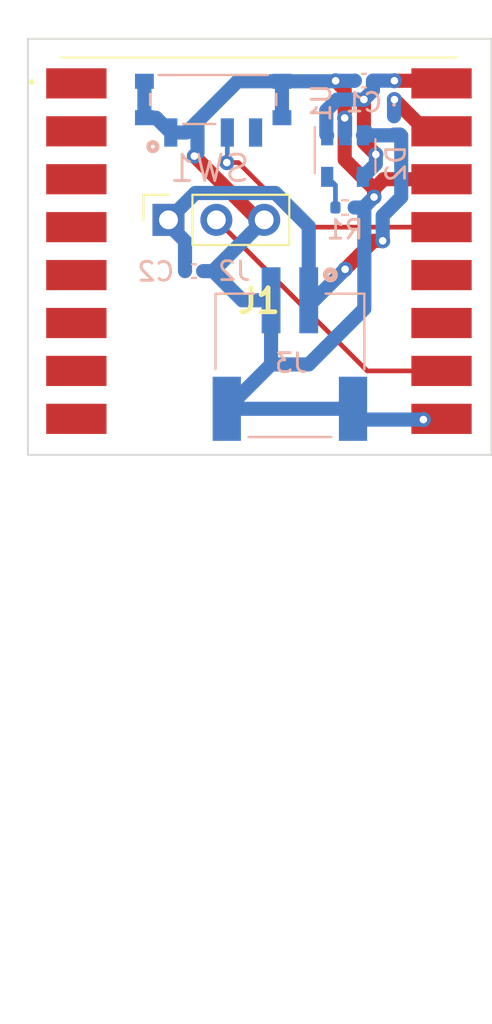
<source format=kicad_pcb>
(kicad_pcb (version 20210925) (generator pcbnew)
  (layers (0 "F.Cu" signal) (31 "B.Cu" signal) (34 "B.Paste" user) (35 "F.Paste" user) (36 "B.SilkS" user "B.Silkscreen") (37 "F.SilkS" user "F.Silkscreen") (38 "B.Mask" user) (39 "F.Mask" user) (44 "Edge.Cuts" user))
  (net 0 "")
  (net 1 "-BATT")
  (net 2 "+5V")
  (net 3 "+BATT")
  (net 12 "NEO_PIN")
  (net 15 "Net-(J1-Pad37)")
  (net 16 "Net-(R1-Pad1)")
  (net 18 "Net-(J1-Pad39)")
  (footprint "Connector_PinSocket_2.54mm:PinSocket_1x03_P2.54mm_Vertical" (layer "F.Cu") (at 134.628525 74.380317 90)
    (fp_text reference "J2" (at -2.710781 3.490202) (layer "B.SilkS") (effects (justify mirror)))
    (fp_text value "LED_STRIP")
    (fp_line (start -1.33 1.27) (end -1.33 6.41) (layer "F.SilkS") (width 0.12))
    (fp_line (start 1.33 -1.33) (end 1.33 0) (layer "F.SilkS") (width 0.12))
    (fp_line (start 1.33 1.27) (end 1.33 6.41) (layer "F.SilkS") (width 0.12))
    (fp_line (start -1.33 1.27) (end 1.33 1.27) (layer "F.SilkS") (width 0.12))
    (fp_line (start -1.33 6.41) (end 1.33 6.41) (layer "F.SilkS") (width 0.12))
    (fp_line (start 0 -1.33) (end 1.33 -1.33) (layer "F.SilkS") (width 0.12))
    (pad "1" thru_hole rect locked (at 0 0 90) (size 1.7 1.7) (drill 1) (layers *.Cu *.Mask) (net 3 "+BATT"))
    (pad "2" thru_hole oval locked (at 0 2.54 90) (size 1.7 1.7) (drill 1) (layers *.Cu *.Mask) (net 12 "NEO_PIN"))
    (pad "3" thru_hole oval locked (at 0 5.08 90) (size 1.7 1.7) (drill 1) (layers *.Cu *.Mask) (net 1 "-BATT"))
  )
  (footprint "KiCad:PICO" (layer "F.Cu") (at 128.928522 116.776662)
    (fp_text reference "J1" (at 10.5 -38.1) (layer "F.SilkS") (effects (font (size 1.27 1.27) (thickness 0.254))))
    (fp_text value "PICO" hide)
    (fp_line (start 0 -51) (end 0 -51) (layer "F.SilkS") (width 0.1))
    (fp_line (start 0 -51) (end 21 -51) (layer "F.SilkS") (width 0.1))
    (fp_line (start -1.6 -49.7) (end -1.6 -49.7) (layer "F.SilkS") (width 0.2))
    (fp_line (start -1.5 -49.7) (end -1.5 -49.7) (layer "F.SilkS") (width 0.2))
    (fp_line (start 21 -51) (end 21 -51) (layer "F.SilkS") (width 0.1))
    (fp_line (start 21 -51) (end 0 -51) (layer "F.SilkS") (width 0.1))
    (fp_line (start -1.6 -49.7) (end -1.6 -49.7) (layer "F.SilkS") (width 0.2))
    (fp_arc (start -1.55 -49.7) (end -1.5 -49.7) (angle -180) (layer "F.SilkS") (width 0.2))
    (fp_arc (start -1.55 -49.7) (end -1.6 -49.7) (angle -180) (layer "F.SilkS") (width 0.2))
    (fp_arc (start -1.55 -49.7) (end -1.6 -49.7) (angle -180) (layer "F.SilkS") (width 0.2))
    (pad "1" smd rect (at 0.81 -49.63 90) (size 1.6 3.2) (layers "F.Cu" "F.Paste" "F.Mask"))
    (pad "2" smd rect (at 0.81 -47.09 90) (size 1.6 3.2) (layers "F.Cu" "F.Paste" "F.Mask"))
    (pad "3" smd rect (at 0.81 -44.55 90) (size 1.6 3.2) (layers "F.Cu" "F.Paste" "F.Mask"))
    (pad "4" smd rect (at 0.81 -42.01 90) (size 1.6 3.2) (layers "F.Cu" "F.Paste" "F.Mask"))
    (pad "5" smd rect (at 0.81 -39.47 90) (size 1.6 3.2) (layers "F.Cu" "F.Paste" "F.Mask"))
    (pad "6" smd rect (at 0.81 -36.93 90) (size 1.6 3.2) (layers "F.Cu" "F.Paste" "F.Mask"))
    (pad "7" smd rect (at 0.81 -34.39 90) (size 1.6 3.2) (layers "F.Cu" "F.Paste" "F.Mask"))
    (pad "8" smd rect (at 0.81 -31.85 90) (size 1.6 3.2) (layers "F.Cu" "F.Paste" "F.Mask"))
    (pad "33" smd rect (at 20.19 -31.85 90) (size 1.6 3.2) (layers "F.Cu" "F.Paste" "F.Mask") (net 1 "-BATT"))
    (pad "34" smd rect (at 20.19 -34.39 90) (size 1.6 3.2) (layers "F.Cu" "F.Paste" "F.Mask") (net 12 "NEO_PIN"))
    (pad "35" smd rect (at 20.19 -36.93 90) (size 1.6 3.2) (layers "F.Cu" "F.Paste" "F.Mask"))
    (pad "36" smd rect (at 20.19 -39.47 90) (size 1.6 3.2) (layers "F.Cu" "F.Paste" "F.Mask"))
    (pad "37" smd rect (at 20.19 -42.01 90) (size 1.6 3.2) (layers "F.Cu" "F.Paste" "F.Mask") (net 15 "Net-(J1-Pad37)"))
    (pad "38" smd rect (at 20.19 -44.55 90) (size 1.6 3.2) (layers "F.Cu" "F.Paste" "F.Mask") (net 1 "-BATT"))
    (pad "39" smd rect (at 20.19 -47.09 90) (size 1.6 3.2) (layers "F.Cu" "F.Paste" "F.Mask") (net 18 "Net-(J1-Pad39)"))
    (pad "40" smd rect (at 20.19 -49.63 90) (size 1.6 3.2) (layers "F.Cu" "F.Paste" "F.Mask") (net 2 "+5V"))
  )
  (footprint "Capacitor_SMD:C_0402_1005Metric" (layer "B.Cu") (at 135.984355 77.096672 180)
    (fp_text reference "C2" (at 2.026263 -0.029143) (layer "B.SilkS") (effects (justify mirror)))
    (fp_text value "1uF")
    (fp_line (start -0.107836 0.36) (end 0.107836 0.36) (layer "B.SilkS") (width 0.12))
    (fp_line (start -0.107836 -0.36) (end 0.107836 -0.36) (layer "B.SilkS") (width 0.12))
    (pad "1" smd roundrect locked (at -0.48 0 180) (size 0.56 0.62) (layers "B.Cu" "B.Paste" "B.Mask") (net 1 "-BATT"))
    (pad "2" smd roundrect locked (at 0.48 0 180) (size 0.56 0.62) (layers "B.Cu" "B.Paste" "B.Mask") (net 3 "+BATT"))
  )
  (footprint "Capacitor_SMD:C_0402_1005Metric" (layer "B.Cu") (at 145 67)
    (fp_text reference "C1" (at 0 1.16) (layer "B.SilkS") (effects (justify mirror)))
    (fp_text value "1uF")
    (fp_line (start -0.107836 0.36) (end 0.107836 0.36) (layer "B.SilkS") (width 0.12))
    (fp_line (start -0.107836 -0.36) (end 0.107836 -0.36) (layer "B.SilkS") (width 0.12))
    (pad "1" smd roundrect locked (at -0.48 0) (size 0.56 0.62) (layers "B.Cu" "B.Paste" "B.Mask") (net 1 "-BATT"))
    (pad "2" smd roundrect locked (at 0.48 0) (size 0.56 0.62) (layers "B.Cu" "B.Paste" "B.Mask") (net 2 "+5V"))
  )
  (footprint "PCM12SMTR:SW_PCM12SMTR" (layer "B.Cu") (at 137 68)
    (fp_text reference "SW1" (at -0.183918 3.655955) (layer "B.SilkS") (effects (font (size 1.4 1.4)) (justify mirror)))
    (fp_text value "MASTER")
    (fp_line (start -3.35 -0.3) (end -3.35 0.3) (layer "B.SilkS") (width 0.127))
    (fp_line (start 3.35 0.3) (end 3.35 -0.3) (layer "B.SilkS") (width 0.127))
    (fp_line (start -2.9 -1.3) (end 2.9 -1.3) (layer "B.SilkS") (width 0.127))
    (fp_line (start -1.6 1.3) (end 0.1 1.3) (layer "B.SilkS") (width 0.127))
    (fp_circle (center -3.2 2.5) (end -3.1 2.5) (layer "B.SilkS") (width 0.25) (fill none))
    (pad "" np_thru_hole circle locked (at -1.5 0) (size 0.9 0.9) (drill 0.9) (layers *.Cu *.Mask))
    (pad "" np_thru_hole circle locked (at 1.5 0) (size 0.9 0.9) (drill 0.9) (layers *.Cu *.Mask))
    (pad "1" smd rect locked (at -2.25 1.75) (size 0.7 1.5) (layers "B.Cu" "B.Paste" "B.Mask") (net 1 "-BATT"))
    (pad "2" smd rect locked (at 0.75 1.75) (size 0.7 1.5) (layers "B.Cu" "B.Paste" "B.Mask") (net 15 "Net-(J1-Pad37)"))
    (pad "3" smd rect locked (at 2.25 1.75) (size 0.7 1.5) (layers "B.Cu" "B.Paste" "B.Mask"))
    (pad "S1" smd rect locked (at -3.65 0.965) (size 1 0.8) (layers "B.Cu" "B.Paste" "B.Mask") (net 1 "-BATT"))
    (pad "S2" smd rect locked (at -3.65 -0.965) (size 1 0.8) (layers "B.Cu" "B.Paste" "B.Mask") (net 1 "-BATT"))
    (pad "S3" smd rect locked (at 3.65 -0.965) (size 1 0.8) (layers "B.Cu" "B.Paste" "B.Mask") (net 1 "-BATT"))
    (pad "S4" smd rect locked (at 3.65 0.965) (size 1 0.8) (layers "B.Cu" "B.Paste" "B.Mask") (net 1 "-BATT"))
  )
  (footprint "Diode_SMD:D_0402_1005Metric" (layer "B.Cu") (at 146.597832 69.375115 -90)
    (fp_text reference "D2" (at 2.019524 -0.100375 90) (layer "B.SilkS") (effects (justify mirror)))
    (fp_text value "D_Schottky")
    (fp_circle (center -1.09 0) (end -1.04 0) (layer "B.SilkS") (width 0.1) (fill none))
    (pad "1" smd roundrect locked (at -0.485 0 270) (size 0.59 0.64) (layers "B.Cu" "B.Paste" "B.Mask") (net 18 "Net-(J1-Pad39)"))
    (pad "2" smd roundrect locked (at 0.485 0 270) (size 0.59 0.64) (layers "B.Cu" "B.Paste" "B.Mask") (net 3 "+BATT"))
  )
  (footprint "Resistor_SMD:R_0402_1005Metric" (layer "B.Cu") (at 143.997866 73.726204)
    (fp_text reference "R1" (at 0 1.17) (layer "B.SilkS") (effects (justify mirror)))
    (fp_text value "2kR")
    (fp_line (start -0.153641 -0.38) (end 0.153641 -0.38) (layer "B.SilkS") (width 0.12))
    (fp_line (start -0.153641 0.38) (end 0.153641 0.38) (layer "B.SilkS") (width 0.12))
    (pad "1" smd roundrect locked (at -0.51 0) (size 0.54 0.64) (layers "B.Cu" "B.Paste" "B.Mask") (net 16 "Net-(R1-Pad1)"))
    (pad "2" smd roundrect locked (at 0.51 0) (size 0.54 0.64) (layers "B.Cu" "B.Paste" "B.Mask") (net 1 "-BATT"))
  )
  (footprint "S2B-PH-SM4-TB_LF__SN_:JST_S2B-PH-SM4-TB(LF)(SN)" (layer "B.Cu") (at 141.071508 78.642959 180)
    (fp_text reference "J3" (at -0.064174 -3.321165) (layer "B.SilkS") (effects (font (size 1.002189 1.002189)) (justify mirror)))
    (fp_text value "BATTERY")
    (fp_line (start 3.95 -3.65) (end 3.95 0.35) (layer "B.SilkS") (width 0.127))
    (fp_line (start -1.9 0.35) (end -3.95 0.35) (layer "B.SilkS") (width 0.127))
    (fp_line (start -2.2 -7.25) (end 2.2 -7.25) (layer "B.SilkS") (width 0.127))
    (fp_line (start 3.95 0.35) (end 1.9 0.35) (layer "B.SilkS") (width 0.127))
    (fp_line (start -3.95 0.35) (end -3.95 -3.65) (layer "B.SilkS") (width 0.127))
    (fp_circle (center -2.15 1.35) (end -2.05 1.35) (layer "B.SilkS") (width 0.3) (fill none))
    (pad "1" smd rect locked (at -1 0 180) (size 1 3.5) (layers "B.Cu" "B.Paste" "B.Mask") (net 3 "+BATT"))
    (pad "2" smd rect locked (at 1 0 180) (size 1 3.5) (layers "B.Cu" "B.Paste" "B.Mask") (net 1 "-BATT"))
    (pad "S1" smd rect locked (at -3.35 -5.75 180) (size 1.5 3.4) (layers "B.Cu" "B.Paste" "B.Mask") (net 1 "-BATT"))
    (pad "S2" smd rect locked (at 3.35 -5.75 180) (size 1.5 3.4) (layers "B.Cu" "B.Paste" "B.Mask") (net 1 "-BATT"))
  )
  (footprint "Package_TO_SOT_SMD:SOT-23-5" (layer "B.Cu") (at 144 71 -90)
    (fp_text reference "U1" (at -2.820322 1.261475 90) (layer "B.SilkS") (effects (justify mirror)))
    (fp_text value "MCP73812T-420I-OT")
    (fp_line (start 0.9 1.61) (end -1.55 1.61) (layer "B.SilkS") (width 0.12))
    (fp_line (start -0.9 -1.61) (end 0.9 -1.61) (layer "B.SilkS") (width 0.12))
    (pad "1" smd rect locked (at -1.1 0.95 270) (size 1.06 0.65) (layers "B.Cu" "B.Paste" "B.Mask") (net 2 "+5V"))
    (pad "2" smd rect locked (at -1.1 0 270) (size 1.06 0.65) (layers "B.Cu" "B.Paste" "B.Mask") (net 1 "-BATT"))
    (pad "3" smd rect locked (at -1.1 -0.95 270) (size 1.06 0.65) (layers "B.Cu" "B.Paste" "B.Mask") (net 3 "+BATT"))
    (pad "4" smd rect locked (at 1.1 -0.95 270) (size 1.06 0.65) (layers "B.Cu" "B.Paste" "B.Mask") (net 2 "+5V"))
    (pad "5" smd rect locked (at 1.1 0.95 270) (size 1.06 0.65) (layers "B.Cu" "B.Paste" "B.Mask") (net 16 "Net-(R1-Pad1)"))
  )
  (gr_rect (start 151.767383 86.83214) (end 127.163041 64.779359) (layer "Edge.Cuts") (width 0.1) (fill none))
  (segment (start 143.979465 68.979465) (end 143.979465 67.492634) (width 0.75) (layer "F.Cu") (net 1))
  (segment (start 136 71) (end 139.380317 74.380317) (width 0.75) (layer "F.Cu") (net 1))
  (segment (start 145.536214 72.740494) (end 143.979465 71.183745) (width 0.75) (layer "F.Cu") (net 1))
  (segment (start 143.979465 71.183745) (end 143.979465 68.979465) (width 0.75) (layer "F.Cu") (net 1))
  (segment (start 139.380317 74.380317) (end 139.708525 74.380317) (width 0.75) (layer "F.Cu") (net 1))
  (segment (start 145.536214 72.740494) (end 146.050046 72.226662) (width 0.75) (layer "F.Cu") (net 1))
  (segment (start 145.536214 73.172112) (end 145.536214 72.740494) (width 0.75) (layer "F.Cu") (net 1))
  (segment (start 146.050046 72.226662) (end 149.118522 72.226662) (width 0.75) (layer "F.Cu") (net 1))
  (segment (start 143.979465 67.492634) (end 143.496899 67.010068) (width 0.75) (layer "F.Cu") (net 1))
  (via (at 143.496899 67.010068) (size 0.8) (drill 0.4) (layers "F.Cu" "B.Cu") (net 1))
  (via (at 145.536214 73.172112) (size 0.8) (drill 0.4) (layers "F.Cu" "B.Cu") (net 1))
  (via (at 148.155 84.965) (size 0.8) (drill 0.4) (layers "F.Cu" "B.Cu") (net 1))
  (via (at 136 71) (size 0.8) (drill 0.4) (layers "F.Cu" "B.Cu") (net 1))
  (via (at 143.979465 68.979465) (size 0.8) (drill 0.4) (layers "F.Cu" "B.Cu") (net 1))
  (segment (start 135.583257 69.75) (end 136.166629 69.166629) (width 0.75) (layer "B.Cu") (net 1))
  (segment (start 144.421508 84.421508) (end 144.965 84.965) (width 0.75) (layer "B.Cu") (net 1))
  (segment (start 144.965 84.965) (end 148.155 84.965) (width 0.75) (layer "B.Cu") (net 1))
  (segment (start 136.99217 77.096672) (end 139.708525 74.380317) (width 0.75) (layer "B.Cu") (net 1))
  (segment (start 144.507866 73.726204) (end 145.040505 73.726204) (width 0.75) (layer "B.Cu") (net 1))
  (segment (start 144.509932 67.010068) (end 144.52 67) (width 0.75) (layer "B.Cu") (net 1))
  (segment (start 133.35 68.965) (end 133.965 68.965) (width 0.75) (layer "B.Cu") (net 1))
  (segment (start 133.35 67.035) (end 133.35 68.965) (width 0.75) (layer "B.Cu") (net 1))
  (segment (start 143.496899 67.010068) (end 144.509932 67.010068) (width 0.75) (layer "B.Cu") (net 1))
  (segment (start 143.471967 67.035) (end 143.496899 67.010068) (width 0.75) (layer "B.Cu") (net 1))
  (segment (start 145.040505 73.726204) (end 145.021998 73.744711) (width 0.75) (layer "B.Cu") (net 1))
  (segment (start 136.464355 77.096672) (end 136.99217 77.096672) (width 0.75) (layer "B.Cu") (net 1))
  (segment (start 140.071508 78.642959) (end 138.538457 78.642959) (width 0.75) (layer "B.Cu") (net 1))
  (segment (start 144 69.9) (end 144 69) (width 0.75) (layer "B.Cu") (net 1))
  (segment (start 140.071508 82.042959) (end 137.721508 84.392959) (width 0.75) (layer "B.Cu") (net 1))
  (segment (start 140.071508 78.642959) (end 140.071508 82.042959) (width 0.75) (layer "B.Cu") (net 1))
  (segment (start 136.166629 70.833371) (end 136 71) (width 0.75) (layer "B.Cu") (net 1))
  (segment (start 140.65 68.965) (end 140.65 67.035) (width 0.75) (layer "B.Cu") (net 1))
  (segment (start 138.538457 78.642959) (end 136.99217 77.096672) (width 0.75) (layer "B.Cu") (net 1))
  (segment (start 145.021998 73.744711) (end 145.021998 79.091491) (width 0.75) (layer "B.Cu") (net 1))
  (segment (start 138.298257 67.035) (end 140.65 67.035) (width 0.75) (layer "B.Cu") (net 1))
  (segment (start 145.040505 73.667821) (end 145.040505 73.726204) (width 0.75) (layer "B.Cu") (net 1))
  (segment (start 136.166629 69.166629) (end 136.166629 70.833371) (width 0.75) (layer "B.Cu") (net 1))
  (segment (start 140.65 67.035) (end 143.471967 67.035) (width 0.75) (layer "B.Cu") (net 1))
  (segment (start 145.040505 73.667821) (end 145.536214 73.172112) (width 0.75) (layer "B.Cu") (net 1))
  (segment (start 144 69) (end 143.979465 68.979465) (width 0.75) (layer "B.Cu") (net 1))
  (segment (start 133.965 68.965) (end 134.75 69.75) (width 0.75) (layer "B.Cu") (net 1))
  (segment (start 142.07053 82.042959) (end 140.071508 82.042959) (width 0.75) (layer "B.Cu") (net 1))
  (segment (start 143.979465 69.920535) (end 144 69.9) (width 0.25) (layer "B.Cu") (net 1))
  (segment (start 134.75 69.75) (end 135.583257 69.75) (width 0.75) (layer "B.Cu") (net 1))
  (segment (start 145.021998 79.091491) (end 142.07053 82.042959) (width 0.75) (layer "B.Cu") (net 1))
  (segment (start 136.166629 69.166629) (end 138.298257 67.035) (width 0.75) (layer "B.Cu") (net 1))
  (segment (start 137.721508 84.392959) (end 144.421508 84.392959) (width 0.75) (layer "B.Cu") (net 1))
  (segment (start 144.421508 84.392959) (end 144.421508 84.421508) (width 0.75) (layer "B.Cu") (net 1))
  (segment (start 146.618087 67.006777) (end 148.978637 67.006777) (width 0.75) (layer "F.Cu") (net 2))
  (segment (start 148.978637 67.006777) (end 149.118522 67.146662) (width 0.75) (layer "F.Cu") (net 2))
  (segment (start 145 70.281732) (end 145.632577 70.914309) (width 0.75) (layer "F.Cu") (net 2))
  (segment (start 145 68) (end 145 70.281732) (width 0.75) (layer "F.Cu") (net 2))
  (via (at 146.618087 67.006777) (size 0.8) (drill 0.4) (layers "F.Cu" "B.Cu") (net 2))
  (via (at 145.632577 70.914309) (size 0.8) (drill 0.4) (layers "F.Cu" "B.Cu") (net 2))
  (via (at 145 68) (size 0.8) (drill 0.4) (layers "F.Cu" "B.Cu") (net 2))
  (segment (start 145.48 67) (end 146.61131 67) (width 0.75) (layer "B.Cu") (net 2))
  (segment (start 145.632577 71.417423) (end 145.632577 70.914309) (width 0.75) (layer "B.Cu") (net 2))
  (segment (start 143.004964 69.854964) (end 143.004964 68.575812) (width 0.75) (layer "B.Cu") (net 2))
  (segment (start 146.61131 67) (end 146.618087 67.006777) (width 0.75) (layer "B.Cu") (net 2))
  (segment (start 143.05 69.9) (end 143.004964 69.854964) (width 0.75) (layer "B.Cu") (net 2))
  (segment (start 143.004964 68.575812) (end 143.575812 68.004964) (width 0.75) (layer "B.Cu") (net 2))
  (segment (start 143.575812 68.004964) (end 144.995036 68.004964) (width 0.75) (layer "B.Cu") (net 2))
  (segment (start 144.995036 68.004964) (end 145 68) (width 0.75) (layer "B.Cu") (net 2))
  (segment (start 145.48 67.52) (end 145.48 67) (width 0.75) (layer "B.Cu") (net 2))
  (segment (start 145 68) (end 145.48 67.52) (width 0.75) (layer "B.Cu") (net 2))
  (segment (start 144.95 72.1) (end 145.632577 71.417423) (width 0.75) (layer "B.Cu") (net 2))
  (segment (start 145.508838 75.491162) (end 145.996499 75.491162) (width 0.75) (layer "F.Cu") (net 3))
  (segment (start 144 77) (end 145.508838 75.491162) (width 0.75) (layer "F.Cu") (net 3))
  (via (at 145.996499 75.491162) (size 0.8) (drill 0.4) (layers "F.Cu" "B.Cu") (net 3))
  (via (at 144 77) (size 0.8) (drill 0.4) (layers "F.Cu" "B.Cu") (net 3))
  (segment (start 140.298578 72.955806) (end 136.053036 72.955806) (width 0.75) (layer "B.Cu") (net 3))
  (segment (start 146.980207 69.922491) (end 146.980207 73.1771) (width 0.75) (layer "B.Cu") (net 3))
  (segment (start 142.071508 74.728736) (end 140.298578 72.955806) (width 0.75) (layer "B.Cu") (net 3))
  (segment (start 142.357041 78.642959) (end 144 77) (width 0.75) (layer "B.Cu") (net 3))
  (segment (start 146.917831 69.860115) (end 146.980207 69.922491) (width 0.75) (layer "B.Cu") (net 3))
  (segment (start 135.504355 75.504355) (end 135.504355 77.096672) (width 0.75) (layer "B.Cu") (net 3))
  (segment (start 145.996499 74.160808) (end 145.996499 75.491162) (width 0.75) (layer "B.Cu") (net 3))
  (segment (start 146.557947 69.9) (end 146.597832 69.860115) (width 0.75) (layer "B.Cu") (net 3))
  (segment (start 146.980207 73.1771) (end 145.996499 74.160808) (width 0.75) (layer "B.Cu") (net 3))
  (segment (start 146.597832 69.860115) (end 146.917831 69.860115) (width 0.75) (layer "B.Cu") (net 3))
  (segment (start 142.071508 78.642959) (end 142.357041 78.642959) (width 0.75) (layer "B.Cu") (net 3))
  (segment (start 144.95 69.9) (end 146.557947 69.9) (width 0.75) (layer "B.Cu") (net 3))
  (segment (start 136.053036 72.955806) (end 134.628525 74.380317) (width 0.75) (layer "B.Cu") (net 3))
  (segment (start 134.628525 74.380317) (end 134.628525 74.628525) (width 0.75) (layer "B.Cu") (net 3))
  (segment (start 134.628525 74.628525) (end 135.504355 75.504355) (width 0.75) (layer "B.Cu") (net 3))
  (segment (start 145.125 69.725) (end 144.95 69.9) (width 0.75) (layer "B.Cu") (net 3))
  (segment (start 142.071508 78.642959) (end 142.071508 74.728736) (width 0.75) (layer "B.Cu") (net 3))
  (segment (start 137.168525 74.380317) (end 145.17487 82.386662) (width 0.25) (layer "F.Cu") (net 12))
  (segment (start 145.17487 82.386662) (end 149.118522 82.386662) (width 0.25) (layer "F.Cu") (net 12))
  (segment (start 138.333016 71.343798) (end 137.72195 71.343798) (width 0.25) (layer "F.Cu") (net 15))
  (segment (start 149.118522 74.766662) (end 141.75588 74.766662) (width 0.25) (layer "F.Cu") (net 15))
  (segment (start 141.75588 74.766662) (end 138.333016 71.343798) (width 0.25) (layer "F.Cu") (net 15))
  (via (at 137.72195 71.343798) (size 0.8) (drill 0.4) (layers "F.Cu" "B.Cu") (net 15))
  (segment (start 137.75 71.315748) (end 137.72195 71.343798) (width 0.25) (layer "B.Cu") (net 15))
  (segment (start 137.75 69.75) (end 137.75 71.315748) (width 0.25) (layer "B.Cu") (net 15))
  (segment (start 143.487866 72.537866) (end 143.05 72.1) (width 0.25) (layer "B.Cu") (net 16))
  (segment (start 143.487866 73.726204) (end 143.487866 72.537866) (width 0.25) (layer "B.Cu") (net 16))
  (segment (start 148.298469 69.686662) (end 146.618087 68.00628) (width 0.75) (layer "F.Cu") (net 18))
  (segment (start 149.118522 69.686662) (end 148.298469 69.686662) (width 0.75) (layer "F.Cu") (net 18))
  (via (at 146.618087 68.00628) (size 0.8) (drill 0.4) (layers "F.Cu" "B.Cu") (net 18))
  (segment (start 146.597832 68.890115) (end 146.597832 68.026535) (width 0.75) (layer "B.Cu") (net 18))
  (segment (start 146.597832 68.026535) (end 146.618087 68.00628) (width 0.75) (layer "B.Cu") (net 18))
)
</source>
